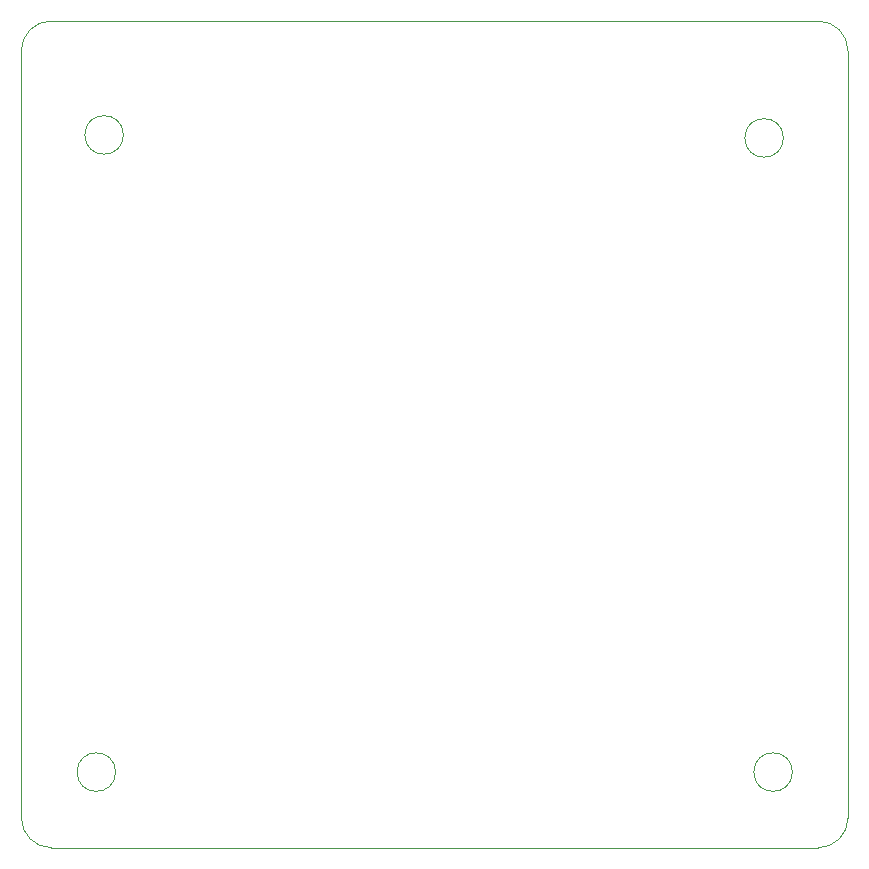
<source format=gbr>
%TF.GenerationSoftware,KiCad,Pcbnew,no-vcs-found-b18601d~60~ubuntu16.04.1*%
%TF.CreationDate,2017-12-11T16:29:56-05:00*%
%TF.ProjectId,etc.,6574632E2E6B696361645F7063620000,rev?*%
%TF.SameCoordinates,Original*%
%TF.FileFunction,Profile,NP*%
%FSLAX46Y46*%
G04 Gerber Fmt 4.6, Leading zero omitted, Abs format (unit mm)*
G04 Created by KiCad (PCBNEW no-vcs-found-b18601d~60~ubuntu16.04.1) date Mon Dec 11 16:29:56 2017*
%MOMM*%
%LPD*%
G01*
G04 APERTURE LIST*
%ADD10C,0.100000*%
G04 APERTURE END LIST*
D10*
X132441950Y-72136000D02*
G75*
G03X132441950Y-72136000I-1631950J0D01*
G01*
X131783950Y-126082059D02*
G75*
G03X131783950Y-126082059I-1631950J0D01*
G01*
X123802000Y-65024000D02*
G75*
G02X126342000Y-62484000I2540000J0D01*
G01*
X126342000Y-132484000D02*
G75*
G02X123802000Y-129944000I0J2540000D01*
G01*
X189083950Y-126082059D02*
G75*
G03X189083950Y-126082059I-1631950J0D01*
G01*
X188321950Y-72390000D02*
G75*
G03X188321950Y-72390000I-1631950J0D01*
G01*
X191262000Y-62484000D02*
X126342000Y-62484000D01*
X123802000Y-65024000D02*
X123802000Y-129944000D01*
X126342000Y-132484000D02*
X191262000Y-132484000D01*
X193802000Y-129944000D02*
X193802000Y-65024000D01*
X193802000Y-129944000D02*
G75*
G02X191262000Y-132484000I-2540000J0D01*
G01*
X191262000Y-62484000D02*
G75*
G02X193802000Y-65024000I0J-2540000D01*
G01*
M02*

</source>
